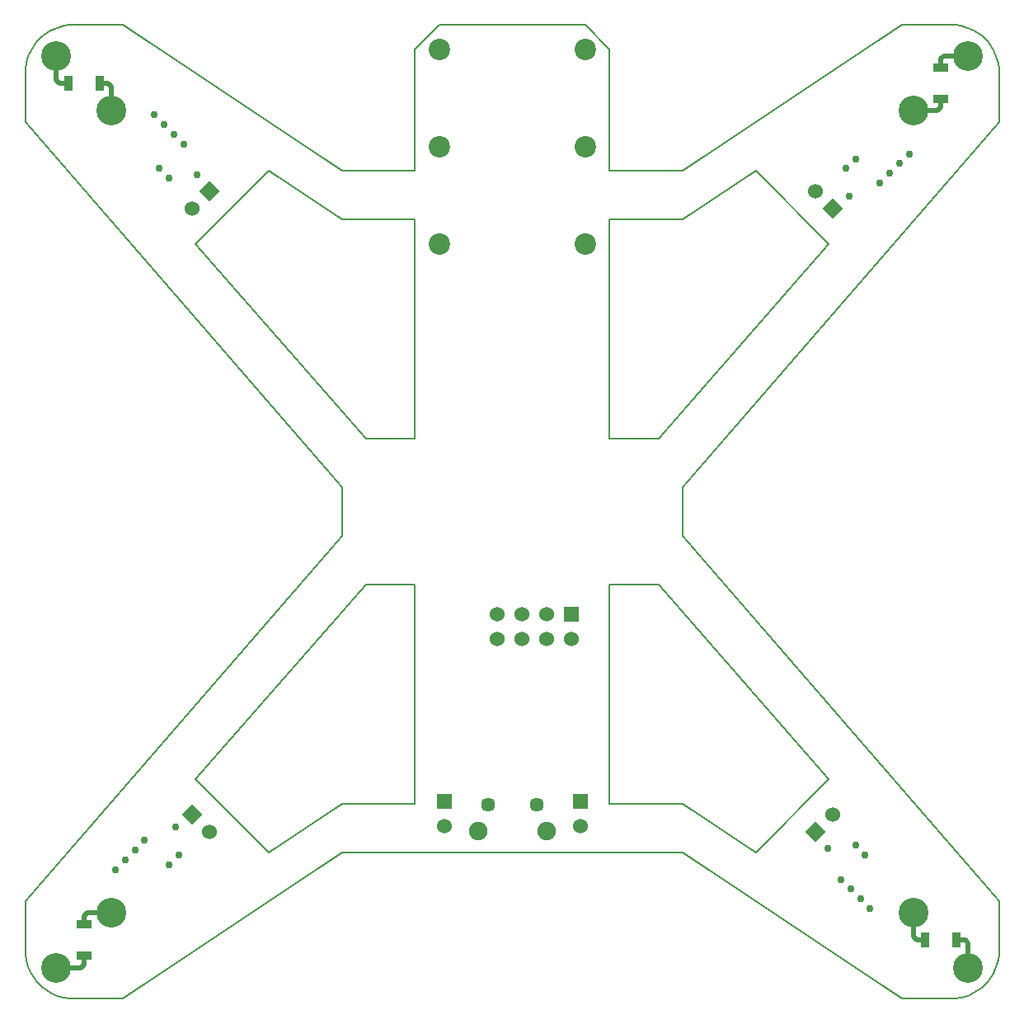
<source format=gbr>
G04 PROTEUS RS274X GERBER FILE*
%FSLAX45Y45*%
%MOMM*%
G01*
%ADD10C,0.508000*%
%ADD13C,0.762000*%
%ADD14C,3.048000*%
%ADD30R,1.524000X0.889000*%
%ADD31R,0.889000X1.524000*%
%ADD71C,2.200000*%
%AMPPAD012*
4,1,4,
-1.077630,0.000000,
0.000000,1.077630,
1.077630,0.000000,
0.000000,-1.077630,
-1.077630,0.000000,
0*%
%ADD20PPAD012*%
%ADD21C,1.524000*%
%ADD23C,1.450000*%
%ADD24C,1.900000*%
%ADD27R,1.524000X1.524000*%
%ADD73C,0.203200*%
D10*
X-4400000Y-4240000D02*
X-4400000Y-4150000D01*
X-4367157Y-4117157D01*
X-4117157Y-4117157D01*
X-4400000Y-4560000D02*
X-4400000Y-4650000D01*
X-4432843Y-4682843D01*
X-4682843Y-4682843D01*
X+4240000Y-4400000D02*
X+4150000Y-4400000D01*
X+4117157Y-4367157D01*
X+4117157Y-4117157D01*
X+4560000Y-4400000D02*
X+4650000Y-4400000D01*
X+4682843Y-4432843D01*
X+4682843Y-4682843D01*
X+4400000Y+4240000D02*
X+4400000Y+4150000D01*
X+4367157Y+4117157D01*
X+4117157Y+4117157D01*
X+4400000Y+4560000D02*
X+4400000Y+4650000D01*
X+4432843Y+4682843D01*
X+4682843Y+4682843D01*
X-4240000Y+4400000D02*
X-4150000Y+4400000D01*
X-4117157Y+4367157D01*
X-4117157Y+4117157D01*
X-4560000Y+4400000D02*
X-4650000Y+4400000D01*
X-4682843Y+4432843D01*
X-4682843Y+4682843D01*
D13*
X-3775434Y-3374566D03*
X-4075434Y-3674566D03*
X-3525434Y-3624566D03*
X-3425434Y-3524565D03*
X-3975434Y-3574566D03*
X-3461355Y-3238645D03*
X-3875434Y-3474566D03*
X+3374566Y-3775434D03*
X+3674566Y-4075434D03*
X+3624566Y-3525434D03*
X+3524565Y-3425434D03*
X+3574566Y-3975434D03*
X+3238645Y-3461355D03*
X+3474566Y-3875434D03*
X+3775434Y+3374566D03*
X+4075434Y+3674566D03*
X+3525434Y+3624566D03*
X+3425434Y+3524565D03*
X+3975434Y+3574566D03*
X+3461355Y+3238645D03*
X+3875434Y+3474566D03*
X-3374566Y+3775434D03*
X-3674566Y+4075434D03*
X-3624566Y+3525434D03*
X-3524565Y+3425434D03*
X-3574566Y+3975434D03*
X-3238645Y+3461355D03*
X-3474566Y+3875434D03*
D14*
X-4682843Y-4682843D03*
X-4117157Y-4117157D03*
D30*
X-4400000Y-4240000D03*
X-4400000Y-4560000D03*
D14*
X+4682843Y-4682843D03*
X+4117157Y-4117157D03*
D31*
X+4240000Y-4400000D03*
X+4560000Y-4400000D03*
D14*
X+4682843Y+4682843D03*
X+4117157Y+4117157D03*
D30*
X+4400000Y+4240000D03*
X+4400000Y+4560000D03*
D14*
X-4682843Y+4682843D03*
X-4117157Y+4117157D03*
D31*
X-4240000Y+4400000D03*
X-4560000Y+4400000D03*
D71*
X-750000Y+2750000D03*
X-750000Y+3750000D03*
X+750000Y+3750000D03*
X+750000Y+2750000D03*
X-750000Y+4750000D03*
X+750000Y+4750000D03*
D20*
X+3110197Y-3289803D03*
D21*
X+3289802Y-3110197D03*
D20*
X+3289802Y+3110197D03*
D21*
X+3110197Y+3289802D03*
D20*
X-3289802Y-3110198D03*
D21*
X-3110197Y-3289803D03*
D20*
X-3110197Y+3289803D03*
D21*
X-3289803Y+3110197D03*
D23*
X-250000Y-3012700D03*
X+250000Y-3012700D03*
D24*
X-350000Y-3282700D03*
X+350000Y-3282700D03*
D27*
X+700000Y-2973000D03*
D21*
X+700000Y-3227000D03*
D27*
X-700000Y-2973000D03*
D21*
X-700000Y-3227000D03*
D27*
X+603000Y-1052000D03*
D21*
X+603000Y-1306000D03*
X+349000Y-1052000D03*
X+349000Y-1306000D03*
X+95000Y-1052000D03*
X+95000Y-1306000D03*
X-159000Y-1052000D03*
X-159000Y-1306000D03*
D73*
X-4000000Y-5000000D02*
X-4500000Y-5000000D01*
X-4551964Y-4997475D01*
X-4602234Y-4990051D01*
X-4650581Y-4977959D01*
X-4696777Y-4961426D01*
X-4740593Y-4940681D01*
X-4781799Y-4915955D01*
X-4820168Y-4887474D01*
X-4855469Y-4855469D01*
X-4887474Y-4820168D01*
X-4915955Y-4781799D01*
X-4940682Y-4740593D01*
X-4961426Y-4696777D01*
X-4977959Y-4650581D01*
X-4990051Y-4602234D01*
X-4997475Y-4551964D01*
X-5000000Y-4500000D01*
X-5000000Y-4000000D01*
X-1750000Y-250000D01*
X-1750000Y+250000D01*
X-5000000Y+4000000D01*
X-5000000Y+4500000D01*
X-4997475Y+4551964D01*
X-4990051Y+4602234D01*
X-4977959Y+4650581D01*
X-4961426Y+4696777D01*
X-4940682Y+4740593D01*
X-4915955Y+4781799D01*
X-4887474Y+4820168D01*
X-4855469Y+4855469D01*
X-4820168Y+4887474D01*
X-4781799Y+4915955D01*
X-4740593Y+4940681D01*
X-4696777Y+4961426D01*
X-4650581Y+4977959D01*
X-4602234Y+4990051D01*
X-4551964Y+4997475D01*
X-4500000Y+5000000D01*
X-4000000Y+5000000D01*
X-1750000Y+3500000D01*
X-1000000Y+3500000D01*
X-1000000Y+4750000D01*
X-750000Y+5000000D01*
X+750000Y+5000000D01*
X+1000000Y+4750000D01*
X+1000000Y+3500000D01*
X+1750000Y+3500000D01*
X+4000000Y+5000000D01*
X+4500000Y+5000000D01*
X+4551964Y+4997475D01*
X+4602234Y+4990051D01*
X+4650581Y+4977959D01*
X+4696777Y+4961426D01*
X+4740593Y+4940681D01*
X+4781799Y+4915955D01*
X+4820168Y+4887474D01*
X+4855469Y+4855469D01*
X+4887474Y+4820168D01*
X+4915955Y+4781799D01*
X+4940682Y+4740593D01*
X+4961426Y+4696777D01*
X+4977959Y+4650581D01*
X+4990051Y+4602234D01*
X+4997475Y+4551964D01*
X+5000000Y+4500000D01*
X+5000000Y+4000000D01*
X+1750000Y+250000D01*
X+1750000Y-250000D01*
X+5000000Y-4000000D01*
X+5000000Y-4500000D01*
X+4997475Y-4551964D01*
X+4990051Y-4602234D01*
X+4977959Y-4650581D01*
X+4961426Y-4696777D01*
X+4940682Y-4740593D01*
X+4915955Y-4781799D01*
X+4887474Y-4820168D01*
X+4855469Y-4855469D01*
X+4820168Y-4887474D01*
X+4781799Y-4915955D01*
X+4740593Y-4940681D01*
X+4696777Y-4961426D01*
X+4650581Y-4977959D01*
X+4602234Y-4990051D01*
X+4551964Y-4997475D01*
X+4500000Y-5000000D01*
X+4000000Y-5000000D01*
X+1750000Y-3500000D01*
X-1750000Y-3500000D01*
X-4000000Y-5000000D01*
X-3250000Y-2750000D02*
X-2500000Y-3500000D01*
X-1750000Y-3000000D01*
X-1000000Y-3000000D01*
X-1000000Y-750000D01*
X-1500000Y-750000D01*
X-3250000Y-2750000D01*
X+3250000Y-2750000D02*
X+2500000Y-3500000D01*
X+1750000Y-3000000D01*
X+1000000Y-3000000D01*
X+1000000Y-750000D01*
X+1500000Y-750000D01*
X+3250000Y-2750000D01*
X+3250000Y+2750000D02*
X+2500000Y+3500000D01*
X+1750000Y+3000000D01*
X+1000000Y+3000000D01*
X+1000000Y+750000D01*
X+1500000Y+750000D01*
X+3250000Y+2750000D01*
X-3250000Y+2750000D02*
X-2500000Y+3500000D01*
X-1750000Y+3000000D01*
X-1000000Y+3000000D01*
X-1000000Y+750000D01*
X-1500000Y+750000D01*
X-3250000Y+2750000D01*
M02*

</source>
